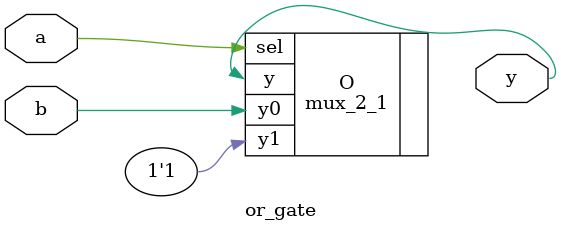
<source format=v>
`timescale 1ns / 1ps


module or_gate(input a,b, output y);
    mux_2_1 O(
        .sel(a), 
        .y0(b), 
        .y1(1'b1), 
        .y(y)
    );
endmodule

</source>
